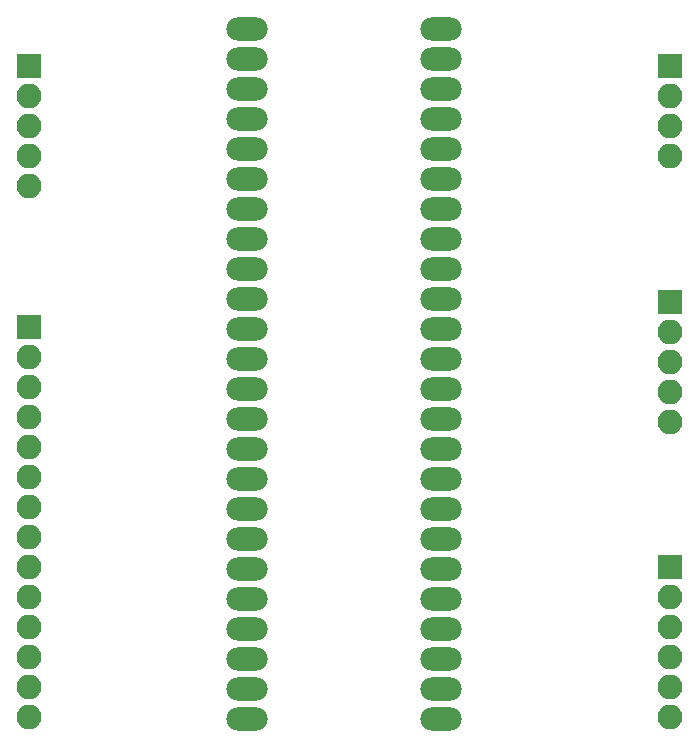
<source format=gbr>
G04 #@! TF.GenerationSoftware,KiCad,Pcbnew,(5.0.0-3-g5ebb6b6)*
G04 #@! TF.CreationDate,2019-01-17T20:41:18+00:00*
G04 #@! TF.ProjectId,Mangler,4D616E676C65722E6B696361645F7063,rev?*
G04 #@! TF.SameCoordinates,Original*
G04 #@! TF.FileFunction,Soldermask,Bot*
G04 #@! TF.FilePolarity,Negative*
%FSLAX46Y46*%
G04 Gerber Fmt 4.6, Leading zero omitted, Abs format (unit mm)*
G04 Created by KiCad (PCBNEW (5.0.0-3-g5ebb6b6)) date Thursday, 17 January 2019 at 20:41:18*
%MOMM*%
%LPD*%
G01*
G04 APERTURE LIST*
%ADD10R,2.100000X2.100000*%
%ADD11O,2.100000X2.100000*%
%ADD12O,3.500000X2.000000*%
G04 APERTURE END LIST*
D10*
G04 #@! TO.C,J3*
X79000000Y-83450000D03*
D11*
X79000000Y-85990000D03*
X79000000Y-88530000D03*
X79000000Y-91070000D03*
X79000000Y-93610000D03*
X79000000Y-96150000D03*
G04 #@! TD*
D10*
G04 #@! TO.C,J4*
X24750000Y-41000000D03*
D11*
X24750000Y-43540000D03*
X24750000Y-46080000D03*
X24750000Y-48620000D03*
X24750000Y-51160000D03*
G04 #@! TD*
D10*
G04 #@! TO.C,J5*
X24750000Y-63100000D03*
D11*
X24750000Y-65640000D03*
X24750000Y-68180000D03*
X24750000Y-70720000D03*
X24750000Y-73260000D03*
X24750000Y-75800000D03*
X24750000Y-78340000D03*
X24750000Y-80880000D03*
X24750000Y-83420000D03*
X24750000Y-85960000D03*
X24750000Y-88500000D03*
X24750000Y-91040000D03*
X24750000Y-93580000D03*
X24750000Y-96120000D03*
G04 #@! TD*
D10*
G04 #@! TO.C,J6*
X79000000Y-41000000D03*
D11*
X79000000Y-43540000D03*
X79000000Y-46080000D03*
X79000000Y-48620000D03*
G04 #@! TD*
G04 #@! TO.C,J7*
X79000000Y-71135000D03*
X79000000Y-68595000D03*
X79000000Y-66055000D03*
X79000000Y-63515000D03*
D10*
X79000000Y-60975000D03*
G04 #@! TD*
D12*
G04 #@! TO.C,U2*
X59600000Y-37890000D03*
X43200000Y-96310000D03*
X59600000Y-40430000D03*
X43200000Y-93770000D03*
X59600000Y-42970000D03*
X43200000Y-91230000D03*
X59600000Y-45510000D03*
X43200000Y-88690000D03*
X59600000Y-48050000D03*
X43200000Y-86150000D03*
X59600000Y-50590000D03*
X43200000Y-83610000D03*
X59600000Y-53130000D03*
X43200000Y-81070000D03*
X59600000Y-55670000D03*
X43200000Y-78530000D03*
X59600000Y-58210000D03*
X43200000Y-75990000D03*
X59600000Y-60750000D03*
X43200000Y-73450000D03*
X59600000Y-63290000D03*
X43200000Y-70910000D03*
X59600000Y-65830000D03*
X43200000Y-68370000D03*
X59600000Y-68370000D03*
X43200000Y-65830000D03*
X59600000Y-70910000D03*
X43200000Y-63290000D03*
X59600000Y-73450000D03*
X43200000Y-60750000D03*
X59600000Y-75990000D03*
X43200000Y-58210000D03*
X59600000Y-78530000D03*
X43200000Y-55670000D03*
X59600000Y-81070000D03*
X43200000Y-53130000D03*
X59600000Y-83610000D03*
X43200000Y-50590000D03*
X59600000Y-86150000D03*
X43200000Y-48050000D03*
X59600000Y-88690000D03*
X43200000Y-45510000D03*
X59600000Y-91230000D03*
X43200000Y-42970000D03*
X59600000Y-93770000D03*
X43200000Y-40430000D03*
X59600000Y-96310000D03*
X43200000Y-37890000D03*
G04 #@! TD*
M02*

</source>
